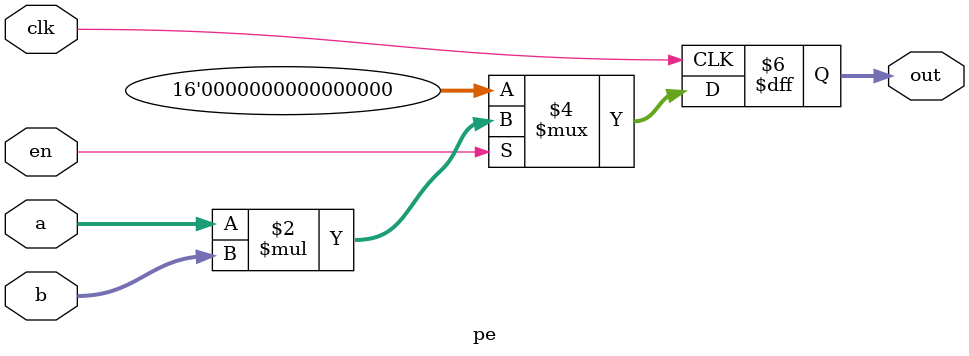
<source format=v>
module pe (
    input clk, en,
    input      [7:0] a, b,
    output reg [15:0] out
);
    
    always @(posedge clk) begin
        if (en) begin
            out <= a*b;
        end else begin // return zero if not eneable for now
            out <= 0;
        end
    end
    
endmodule
</source>
